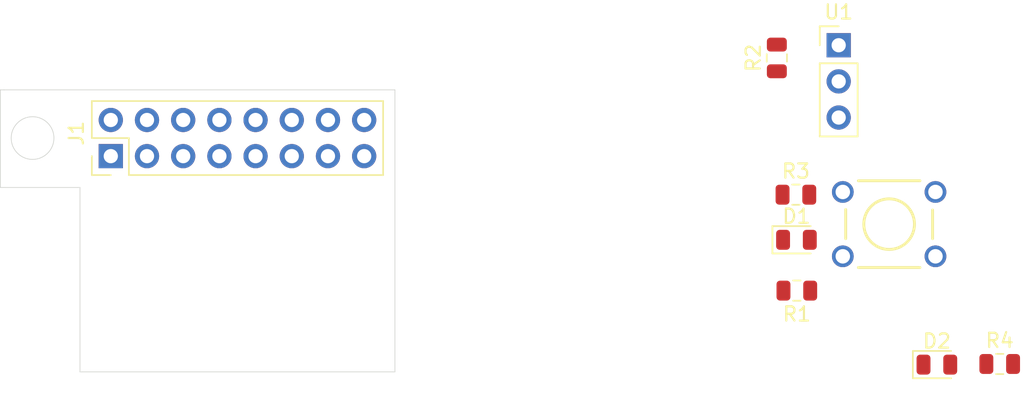
<source format=kicad_pcb>
(kicad_pcb (version 20171130) (host pcbnew "(5.1.6-0-10_14)")

  (general
    (thickness 1.6)
    (drawings 9)
    (tracks 0)
    (zones 0)
    (modules 9)
    (nets 19)
  )

  (page A4)
  (title_block
    (title "Raspberry Pi HAT")
    (date 2020-11-27)
    (rev v1.0)
  )

  (layers
    (0 F.Cu signal)
    (31 B.Cu signal)
    (32 B.Adhes user)
    (33 F.Adhes user)
    (34 B.Paste user)
    (35 F.Paste user)
    (36 B.SilkS user)
    (37 F.SilkS user)
    (38 B.Mask user)
    (39 F.Mask user)
    (40 Dwgs.User user)
    (41 Cmts.User user)
    (42 Eco1.User user)
    (43 Eco2.User user)
    (44 Edge.Cuts user)
    (45 Margin user)
    (46 B.CrtYd user)
    (47 F.CrtYd user)
    (48 B.Fab user)
    (49 F.Fab user)
  )

  (setup
    (last_trace_width 0.25)
    (user_trace_width 0.3)
    (trace_clearance 0.2)
    (zone_clearance 0.508)
    (zone_45_only no)
    (trace_min 0.2)
    (via_size 0.8)
    (via_drill 0.4)
    (via_min_size 0.4)
    (via_min_drill 0.3)
    (user_via 1 0.6)
    (uvia_size 0.3)
    (uvia_drill 0.1)
    (uvias_allowed no)
    (uvia_min_size 0.2)
    (uvia_min_drill 0.1)
    (edge_width 0.05)
    (segment_width 0.2)
    (pcb_text_width 0.3)
    (pcb_text_size 1.5 1.5)
    (mod_edge_width 0.12)
    (mod_text_size 1 1)
    (mod_text_width 0.15)
    (pad_size 1.524 1.524)
    (pad_drill 0.762)
    (pad_to_mask_clearance 0.05)
    (aux_axis_origin 0 0)
    (visible_elements FFFFFF7F)
    (pcbplotparams
      (layerselection 0x010fc_ffffffff)
      (usegerberextensions false)
      (usegerberattributes true)
      (usegerberadvancedattributes true)
      (creategerberjobfile true)
      (excludeedgelayer true)
      (linewidth 0.100000)
      (plotframeref false)
      (viasonmask false)
      (mode 1)
      (useauxorigin false)
      (hpglpennumber 1)
      (hpglpenspeed 20)
      (hpglpendiameter 15.000000)
      (psnegative false)
      (psa4output false)
      (plotreference true)
      (plotvalue true)
      (plotinvisibletext false)
      (padsonsilk false)
      (subtractmaskfromsilk false)
      (outputformat 1)
      (mirror false)
      (drillshape 1)
      (scaleselection 1)
      (outputdirectory ""))
  )

  (net 0 "")
  (net 1 GND)
  (net 2 "Net-(D1-Pad2)")
  (net 3 /3v3)
  (net 4 "Net-(J1-Pad2)")
  (net 5 "Net-(J1-Pad3)")
  (net 6 "Net-(J1-Pad4)")
  (net 7 "Net-(J1-Pad5)")
  (net 8 "Net-(J1-Pad7)")
  (net 9 /button_input)
  (net 10 "Net-(J1-Pad10)")
  (net 11 "Net-(J1-Pad11)")
  (net 12 "Net-(J1-Pad12)")
  (net 13 "Net-(J1-Pad13)")
  (net 14 "Net-(J1-Pad14)")
  (net 15 "Net-(J1-Pad15)")
  (net 16 "Net-(J1-Pad16)")
  (net 17 "Net-(U1-Pad3)")
  (net 18 "Net-(D2-Pad2)")

  (net_class Default "This is the default net class."
    (clearance 0.2)
    (trace_width 0.25)
    (via_dia 0.8)
    (via_drill 0.4)
    (uvia_dia 0.3)
    (uvia_drill 0.1)
    (add_net /button_input)
    (add_net "Net-(D1-Pad2)")
    (add_net "Net-(D2-Pad2)")
    (add_net "Net-(J1-Pad10)")
    (add_net "Net-(J1-Pad11)")
    (add_net "Net-(J1-Pad12)")
    (add_net "Net-(J1-Pad13)")
    (add_net "Net-(J1-Pad14)")
    (add_net "Net-(J1-Pad15)")
    (add_net "Net-(J1-Pad16)")
    (add_net "Net-(J1-Pad2)")
    (add_net "Net-(J1-Pad3)")
    (add_net "Net-(J1-Pad4)")
    (add_net "Net-(J1-Pad5)")
    (add_net "Net-(J1-Pad7)")
    (add_net "Net-(U1-Pad3)")
  )

  (net_class Power ""
    (clearance 0.3)
    (trace_width 0.3)
    (via_dia 1)
    (via_drill 0.8)
    (uvia_dia 0.3)
    (uvia_drill 0.1)
    (add_net /3v3)
    (add_net GND)
  )

  (module Connector_PinHeader_2.54mm:PinHeader_2x08_P2.54mm_Vertical (layer F.Cu) (tedit 59FED5CC) (tstamp 5FC18795)
    (at 113.16 106.51 90)
    (descr "Through hole straight pin header, 2x08, 2.54mm pitch, double rows")
    (tags "Through hole pin header THT 2x08 2.54mm double row")
    (path /5FC10FDE)
    (fp_text reference J1 (at 1.608 -2.416 90) (layer F.SilkS)
      (effects (font (size 1 1) (thickness 0.15)))
    )
    (fp_text value Raspberry_Pi_2_3 (at -1.27 20.55 90) (layer F.Fab)
      (effects (font (size 1 1) (thickness 0.15)))
    )
    (fp_text user %R (at -1.27 8.89) (layer F.Fab)
      (effects (font (size 1 1) (thickness 0.15)))
    )
    (fp_line (start 0 -1.27) (end 3.81 -1.27) (layer F.Fab) (width 0.1))
    (fp_line (start 3.81 -1.27) (end 3.81 19.05) (layer F.Fab) (width 0.1))
    (fp_line (start 3.81 19.05) (end -1.27 19.05) (layer F.Fab) (width 0.1))
    (fp_line (start -1.27 19.05) (end -1.27 0) (layer F.Fab) (width 0.1))
    (fp_line (start -1.27 0) (end 0 -1.27) (layer F.Fab) (width 0.1))
    (fp_line (start -1.33 19.11) (end 3.87 19.11) (layer F.SilkS) (width 0.12))
    (fp_line (start -1.33 1.27) (end -1.33 19.11) (layer F.SilkS) (width 0.12))
    (fp_line (start 3.87 -1.33) (end 3.87 19.11) (layer F.SilkS) (width 0.12))
    (fp_line (start -1.33 1.27) (end 1.27 1.27) (layer F.SilkS) (width 0.12))
    (fp_line (start 1.27 1.27) (end 1.27 -1.33) (layer F.SilkS) (width 0.12))
    (fp_line (start 1.27 -1.33) (end 3.87 -1.33) (layer F.SilkS) (width 0.12))
    (fp_line (start -1.33 0) (end -1.33 -1.33) (layer F.SilkS) (width 0.12))
    (fp_line (start -1.33 -1.33) (end 0 -1.33) (layer F.SilkS) (width 0.12))
    (fp_line (start -1.8 -1.8) (end -1.8 19.55) (layer F.CrtYd) (width 0.05))
    (fp_line (start -1.8 19.55) (end 4.35 19.55) (layer F.CrtYd) (width 0.05))
    (fp_line (start 4.35 19.55) (end 4.35 -1.8) (layer F.CrtYd) (width 0.05))
    (fp_line (start 4.35 -1.8) (end -1.8 -1.8) (layer F.CrtYd) (width 0.05))
    (pad 16 thru_hole oval (at 2.54 17.78 90) (size 1.7 1.7) (drill 1) (layers *.Cu *.Mask)
      (net 16 "Net-(J1-Pad16)"))
    (pad 15 thru_hole oval (at 0 17.78 90) (size 1.7 1.7) (drill 1) (layers *.Cu *.Mask)
      (net 15 "Net-(J1-Pad15)"))
    (pad 14 thru_hole oval (at 2.54 15.24 90) (size 1.7 1.7) (drill 1) (layers *.Cu *.Mask)
      (net 14 "Net-(J1-Pad14)"))
    (pad 13 thru_hole oval (at 0 15.24 90) (size 1.7 1.7) (drill 1) (layers *.Cu *.Mask)
      (net 13 "Net-(J1-Pad13)"))
    (pad 12 thru_hole oval (at 2.54 12.7 90) (size 1.7 1.7) (drill 1) (layers *.Cu *.Mask)
      (net 12 "Net-(J1-Pad12)"))
    (pad 11 thru_hole oval (at 0 12.7 90) (size 1.7 1.7) (drill 1) (layers *.Cu *.Mask)
      (net 11 "Net-(J1-Pad11)"))
    (pad 10 thru_hole oval (at 2.54 10.16 90) (size 1.7 1.7) (drill 1) (layers *.Cu *.Mask)
      (net 10 "Net-(J1-Pad10)"))
    (pad 9 thru_hole oval (at 0 10.16 90) (size 1.7 1.7) (drill 1) (layers *.Cu *.Mask)
      (net 1 GND))
    (pad 8 thru_hole oval (at 2.54 7.62 90) (size 1.7 1.7) (drill 1) (layers *.Cu *.Mask)
      (net 9 /button_input))
    (pad 7 thru_hole oval (at 0 7.62 90) (size 1.7 1.7) (drill 1) (layers *.Cu *.Mask)
      (net 8 "Net-(J1-Pad7)"))
    (pad 6 thru_hole oval (at 2.54 5.08 90) (size 1.7 1.7) (drill 1) (layers *.Cu *.Mask)
      (net 1 GND))
    (pad 5 thru_hole oval (at 0 5.08 90) (size 1.7 1.7) (drill 1) (layers *.Cu *.Mask)
      (net 7 "Net-(J1-Pad5)"))
    (pad 4 thru_hole oval (at 2.54 2.54 90) (size 1.7 1.7) (drill 1) (layers *.Cu *.Mask)
      (net 6 "Net-(J1-Pad4)"))
    (pad 3 thru_hole oval (at 0 2.54 90) (size 1.7 1.7) (drill 1) (layers *.Cu *.Mask)
      (net 5 "Net-(J1-Pad3)"))
    (pad 2 thru_hole oval (at 2.54 0 90) (size 1.7 1.7) (drill 1) (layers *.Cu *.Mask)
      (net 4 "Net-(J1-Pad2)"))
    (pad 1 thru_hole rect (at 0 0 90) (size 1.7 1.7) (drill 1) (layers *.Cu *.Mask)
      (net 3 /3v3))
    (model ${KISYS3DMOD}/Connector_PinHeader_2.54mm.3dshapes/PinHeader_2x08_P2.54mm_Vertical.wrl
      (at (xyz 0 0 0))
      (scale (xyz 1 1 1))
      (rotate (xyz 0 0 0))
    )
  )

  (module Resistor_SMD:R_0805_2012Metric (layer F.Cu) (tedit 5B36C52B) (tstamp 5FC207C9)
    (at 175.538 121.113)
    (descr "Resistor SMD 0805 (2012 Metric), square (rectangular) end terminal, IPC_7351 nominal, (Body size source: https://docs.google.com/spreadsheets/d/1BsfQQcO9C6DZCsRaXUlFlo91Tg2WpOkGARC1WS5S8t0/edit?usp=sharing), generated with kicad-footprint-generator")
    (tags resistor)
    (path /5FC68A6F)
    (attr smd)
    (fp_text reference R4 (at 0 -1.65) (layer F.SilkS)
      (effects (font (size 1 1) (thickness 0.15)))
    )
    (fp_text value R (at 0 1.65) (layer F.Fab)
      (effects (font (size 1 1) (thickness 0.15)))
    )
    (fp_text user %R (at 0 0) (layer F.Fab)
      (effects (font (size 0.5 0.5) (thickness 0.08)))
    )
    (fp_line (start -1 0.6) (end -1 -0.6) (layer F.Fab) (width 0.1))
    (fp_line (start -1 -0.6) (end 1 -0.6) (layer F.Fab) (width 0.1))
    (fp_line (start 1 -0.6) (end 1 0.6) (layer F.Fab) (width 0.1))
    (fp_line (start 1 0.6) (end -1 0.6) (layer F.Fab) (width 0.1))
    (fp_line (start -0.258578 -0.71) (end 0.258578 -0.71) (layer F.SilkS) (width 0.12))
    (fp_line (start -0.258578 0.71) (end 0.258578 0.71) (layer F.SilkS) (width 0.12))
    (fp_line (start -1.68 0.95) (end -1.68 -0.95) (layer F.CrtYd) (width 0.05))
    (fp_line (start -1.68 -0.95) (end 1.68 -0.95) (layer F.CrtYd) (width 0.05))
    (fp_line (start 1.68 -0.95) (end 1.68 0.95) (layer F.CrtYd) (width 0.05))
    (fp_line (start 1.68 0.95) (end -1.68 0.95) (layer F.CrtYd) (width 0.05))
    (pad 2 smd roundrect (at 0.9375 0) (size 0.975 1.4) (layers F.Cu F.Paste F.Mask) (roundrect_rratio 0.25)
      (net 18 "Net-(D2-Pad2)"))
    (pad 1 smd roundrect (at -0.9375 0) (size 0.975 1.4) (layers F.Cu F.Paste F.Mask) (roundrect_rratio 0.25)
      (net 3 /3v3))
    (model ${KISYS3DMOD}/Resistor_SMD.3dshapes/R_0805_2012Metric.wrl
      (at (xyz 0 0 0))
      (scale (xyz 1 1 1))
      (rotate (xyz 0 0 0))
    )
  )

  (module LED_SMD:LED_0805_2012Metric (layer F.Cu) (tedit 5B36C52C) (tstamp 5FC2070E)
    (at 171.128 121.158)
    (descr "LED SMD 0805 (2012 Metric), square (rectangular) end terminal, IPC_7351 nominal, (Body size source: https://docs.google.com/spreadsheets/d/1BsfQQcO9C6DZCsRaXUlFlo91Tg2WpOkGARC1WS5S8t0/edit?usp=sharing), generated with kicad-footprint-generator")
    (tags diode)
    (path /5FC69048)
    (attr smd)
    (fp_text reference D2 (at 0 -1.65) (layer F.SilkS)
      (effects (font (size 1 1) (thickness 0.15)))
    )
    (fp_text value LED (at 0 1.65) (layer F.Fab)
      (effects (font (size 1 1) (thickness 0.15)))
    )
    (fp_text user %R (at 0 0) (layer F.Fab)
      (effects (font (size 0.5 0.5) (thickness 0.08)))
    )
    (fp_line (start 1 -0.6) (end -0.7 -0.6) (layer F.Fab) (width 0.1))
    (fp_line (start -0.7 -0.6) (end -1 -0.3) (layer F.Fab) (width 0.1))
    (fp_line (start -1 -0.3) (end -1 0.6) (layer F.Fab) (width 0.1))
    (fp_line (start -1 0.6) (end 1 0.6) (layer F.Fab) (width 0.1))
    (fp_line (start 1 0.6) (end 1 -0.6) (layer F.Fab) (width 0.1))
    (fp_line (start 1 -0.96) (end -1.685 -0.96) (layer F.SilkS) (width 0.12))
    (fp_line (start -1.685 -0.96) (end -1.685 0.96) (layer F.SilkS) (width 0.12))
    (fp_line (start -1.685 0.96) (end 1 0.96) (layer F.SilkS) (width 0.12))
    (fp_line (start -1.68 0.95) (end -1.68 -0.95) (layer F.CrtYd) (width 0.05))
    (fp_line (start -1.68 -0.95) (end 1.68 -0.95) (layer F.CrtYd) (width 0.05))
    (fp_line (start 1.68 -0.95) (end 1.68 0.95) (layer F.CrtYd) (width 0.05))
    (fp_line (start 1.68 0.95) (end -1.68 0.95) (layer F.CrtYd) (width 0.05))
    (pad 2 smd roundrect (at 0.9375 0) (size 0.975 1.4) (layers F.Cu F.Paste F.Mask) (roundrect_rratio 0.25)
      (net 18 "Net-(D2-Pad2)"))
    (pad 1 smd roundrect (at -0.9375 0) (size 0.975 1.4) (layers F.Cu F.Paste F.Mask) (roundrect_rratio 0.25)
      (net 1 GND))
    (model ${KISYS3DMOD}/LED_SMD.3dshapes/LED_0805_2012Metric.wrl
      (at (xyz 0 0 0))
      (scale (xyz 1 1 1))
      (rotate (xyz 0 0 0))
    )
  )

  (module LED_SMD:LED_0805_2012Metric (layer F.Cu) (tedit 5B36C52C) (tstamp 5FC1876F)
    (at 161.273001 112.388001)
    (descr "LED SMD 0805 (2012 Metric), square (rectangular) end terminal, IPC_7351 nominal, (Body size source: https://docs.google.com/spreadsheets/d/1BsfQQcO9C6DZCsRaXUlFlo91Tg2WpOkGARC1WS5S8t0/edit?usp=sharing), generated with kicad-footprint-generator")
    (tags diode)
    (path /5FC15CD2)
    (attr smd)
    (fp_text reference D1 (at 0 -1.65) (layer F.SilkS)
      (effects (font (size 1 1) (thickness 0.15)))
    )
    (fp_text value LED (at 0 1.65) (layer F.Fab)
      (effects (font (size 1 1) (thickness 0.15)))
    )
    (fp_line (start 1.68 0.95) (end -1.68 0.95) (layer F.CrtYd) (width 0.05))
    (fp_line (start 1.68 -0.95) (end 1.68 0.95) (layer F.CrtYd) (width 0.05))
    (fp_line (start -1.68 -0.95) (end 1.68 -0.95) (layer F.CrtYd) (width 0.05))
    (fp_line (start -1.68 0.95) (end -1.68 -0.95) (layer F.CrtYd) (width 0.05))
    (fp_line (start -1.685 0.96) (end 1 0.96) (layer F.SilkS) (width 0.12))
    (fp_line (start -1.685 -0.96) (end -1.685 0.96) (layer F.SilkS) (width 0.12))
    (fp_line (start 1 -0.96) (end -1.685 -0.96) (layer F.SilkS) (width 0.12))
    (fp_line (start 1 0.6) (end 1 -0.6) (layer F.Fab) (width 0.1))
    (fp_line (start -1 0.6) (end 1 0.6) (layer F.Fab) (width 0.1))
    (fp_line (start -1 -0.3) (end -1 0.6) (layer F.Fab) (width 0.1))
    (fp_line (start -0.7 -0.6) (end -1 -0.3) (layer F.Fab) (width 0.1))
    (fp_line (start 1 -0.6) (end -0.7 -0.6) (layer F.Fab) (width 0.1))
    (fp_text user %R (at 0 0) (layer F.Fab)
      (effects (font (size 0.5 0.5) (thickness 0.08)))
    )
    (pad 1 smd roundrect (at -0.9375 0) (size 0.975 1.4) (layers F.Cu F.Paste F.Mask) (roundrect_rratio 0.25)
      (net 1 GND))
    (pad 2 smd roundrect (at 0.9375 0) (size 0.975 1.4) (layers F.Cu F.Paste F.Mask) (roundrect_rratio 0.25)
      (net 2 "Net-(D1-Pad2)"))
    (model ${KISYS3DMOD}/LED_SMD.3dshapes/LED_0805_2012Metric.wrl
      (at (xyz 0 0 0))
      (scale (xyz 1 1 1))
      (rotate (xyz 0 0 0))
    )
  )

  (module Resistor_SMD:R_0805_2012Metric (layer F.Cu) (tedit 5B36C52B) (tstamp 5FC187A6)
    (at 161.3005 115.958 180)
    (descr "Resistor SMD 0805 (2012 Metric), square (rectangular) end terminal, IPC_7351 nominal, (Body size source: https://docs.google.com/spreadsheets/d/1BsfQQcO9C6DZCsRaXUlFlo91Tg2WpOkGARC1WS5S8t0/edit?usp=sharing), generated with kicad-footprint-generator")
    (tags resistor)
    (path /5FC14FE2)
    (attr smd)
    (fp_text reference R1 (at 0 -1.65) (layer F.SilkS)
      (effects (font (size 1 1) (thickness 0.15)))
    )
    (fp_text value R (at 0 1.65) (layer F.Fab)
      (effects (font (size 1 1) (thickness 0.15)))
    )
    (fp_text user %R (at 0 0) (layer F.Fab)
      (effects (font (size 0.5 0.5) (thickness 0.08)))
    )
    (fp_line (start -1 0.6) (end -1 -0.6) (layer F.Fab) (width 0.1))
    (fp_line (start -1 -0.6) (end 1 -0.6) (layer F.Fab) (width 0.1))
    (fp_line (start 1 -0.6) (end 1 0.6) (layer F.Fab) (width 0.1))
    (fp_line (start 1 0.6) (end -1 0.6) (layer F.Fab) (width 0.1))
    (fp_line (start -0.258578 -0.71) (end 0.258578 -0.71) (layer F.SilkS) (width 0.12))
    (fp_line (start -0.258578 0.71) (end 0.258578 0.71) (layer F.SilkS) (width 0.12))
    (fp_line (start -1.68 0.95) (end -1.68 -0.95) (layer F.CrtYd) (width 0.05))
    (fp_line (start -1.68 -0.95) (end 1.68 -0.95) (layer F.CrtYd) (width 0.05))
    (fp_line (start 1.68 -0.95) (end 1.68 0.95) (layer F.CrtYd) (width 0.05))
    (fp_line (start 1.68 0.95) (end -1.68 0.95) (layer F.CrtYd) (width 0.05))
    (pad 2 smd roundrect (at 0.9375 0 180) (size 0.975 1.4) (layers F.Cu F.Paste F.Mask) (roundrect_rratio 0.25)
      (net 1 GND))
    (pad 1 smd roundrect (at -0.9375 0 180) (size 0.975 1.4) (layers F.Cu F.Paste F.Mask) (roundrect_rratio 0.25)
      (net 9 /button_input))
    (model ${KISYS3DMOD}/Resistor_SMD.3dshapes/R_0805_2012Metric.wrl
      (at (xyz 0 0 0))
      (scale (xyz 1 1 1))
      (rotate (xyz 0 0 0))
    )
  )

  (module Resistor_SMD:R_0805_2012Metric (layer F.Cu) (tedit 5B36C52B) (tstamp 5FC18AF3)
    (at 159.898 99.6105 90)
    (descr "Resistor SMD 0805 (2012 Metric), square (rectangular) end terminal, IPC_7351 nominal, (Body size source: https://docs.google.com/spreadsheets/d/1BsfQQcO9C6DZCsRaXUlFlo91Tg2WpOkGARC1WS5S8t0/edit?usp=sharing), generated with kicad-footprint-generator")
    (tags resistor)
    (path /5FC154AA)
    (attr smd)
    (fp_text reference R2 (at 0 -1.65 90) (layer F.SilkS)
      (effects (font (size 1 1) (thickness 0.15)))
    )
    (fp_text value R (at 0 1.65 90) (layer F.Fab)
      (effects (font (size 1 1) (thickness 0.15)))
    )
    (fp_line (start 1.68 0.95) (end -1.68 0.95) (layer F.CrtYd) (width 0.05))
    (fp_line (start 1.68 -0.95) (end 1.68 0.95) (layer F.CrtYd) (width 0.05))
    (fp_line (start -1.68 -0.95) (end 1.68 -0.95) (layer F.CrtYd) (width 0.05))
    (fp_line (start -1.68 0.95) (end -1.68 -0.95) (layer F.CrtYd) (width 0.05))
    (fp_line (start -0.258578 0.71) (end 0.258578 0.71) (layer F.SilkS) (width 0.12))
    (fp_line (start -0.258578 -0.71) (end 0.258578 -0.71) (layer F.SilkS) (width 0.12))
    (fp_line (start 1 0.6) (end -1 0.6) (layer F.Fab) (width 0.1))
    (fp_line (start 1 -0.6) (end 1 0.6) (layer F.Fab) (width 0.1))
    (fp_line (start -1 -0.6) (end 1 -0.6) (layer F.Fab) (width 0.1))
    (fp_line (start -1 0.6) (end -1 -0.6) (layer F.Fab) (width 0.1))
    (fp_text user %R (at 0 0 90) (layer F.Fab)
      (effects (font (size 0.5 0.5) (thickness 0.08)))
    )
    (pad 1 smd roundrect (at -0.9375 0 90) (size 0.975 1.4) (layers F.Cu F.Paste F.Mask) (roundrect_rratio 0.25)
      (net 11 "Net-(J1-Pad11)"))
    (pad 2 smd roundrect (at 0.9375 0 90) (size 0.975 1.4) (layers F.Cu F.Paste F.Mask) (roundrect_rratio 0.25)
      (net 3 /3v3))
    (model ${KISYS3DMOD}/Resistor_SMD.3dshapes/R_0805_2012Metric.wrl
      (at (xyz 0 0 0))
      (scale (xyz 1 1 1))
      (rotate (xyz 0 0 0))
    )
  )

  (module Resistor_SMD:R_0805_2012Metric (layer F.Cu) (tedit 5B36C52B) (tstamp 5FC187C8)
    (at 161.2355 109.218)
    (descr "Resistor SMD 0805 (2012 Metric), square (rectangular) end terminal, IPC_7351 nominal, (Body size source: https://docs.google.com/spreadsheets/d/1BsfQQcO9C6DZCsRaXUlFlo91Tg2WpOkGARC1WS5S8t0/edit?usp=sharing), generated with kicad-footprint-generator")
    (tags resistor)
    (path /5FC14CAD)
    (attr smd)
    (fp_text reference R3 (at 0 -1.65) (layer F.SilkS)
      (effects (font (size 1 1) (thickness 0.15)))
    )
    (fp_text value R (at 0 1.65) (layer F.Fab)
      (effects (font (size 1 1) (thickness 0.15)))
    )
    (fp_line (start 1.68 0.95) (end -1.68 0.95) (layer F.CrtYd) (width 0.05))
    (fp_line (start 1.68 -0.95) (end 1.68 0.95) (layer F.CrtYd) (width 0.05))
    (fp_line (start -1.68 -0.95) (end 1.68 -0.95) (layer F.CrtYd) (width 0.05))
    (fp_line (start -1.68 0.95) (end -1.68 -0.95) (layer F.CrtYd) (width 0.05))
    (fp_line (start -0.258578 0.71) (end 0.258578 0.71) (layer F.SilkS) (width 0.12))
    (fp_line (start -0.258578 -0.71) (end 0.258578 -0.71) (layer F.SilkS) (width 0.12))
    (fp_line (start 1 0.6) (end -1 0.6) (layer F.Fab) (width 0.1))
    (fp_line (start 1 -0.6) (end 1 0.6) (layer F.Fab) (width 0.1))
    (fp_line (start -1 -0.6) (end 1 -0.6) (layer F.Fab) (width 0.1))
    (fp_line (start -1 0.6) (end -1 -0.6) (layer F.Fab) (width 0.1))
    (fp_text user %R (at 0 0) (layer F.Fab)
      (effects (font (size 0.5 0.5) (thickness 0.08)))
    )
    (pad 1 smd roundrect (at -0.9375 0) (size 0.975 1.4) (layers F.Cu F.Paste F.Mask) (roundrect_rratio 0.25)
      (net 8 "Net-(J1-Pad7)"))
    (pad 2 smd roundrect (at 0.9375 0) (size 0.975 1.4) (layers F.Cu F.Paste F.Mask) (roundrect_rratio 0.25)
      (net 2 "Net-(D1-Pad2)"))
    (model ${KISYS3DMOD}/Resistor_SMD.3dshapes/R_0805_2012Metric.wrl
      (at (xyz 0 0 0))
      (scale (xyz 1 1 1))
      (rotate (xyz 0 0 0))
    )
  )

  (module freetronics_footprints:SW_PUSHBUTTON_PTH (layer F.Cu) (tedit 5477A5C1) (tstamp 5FC187E4)
    (at 167.778 111.288)
    (descr "<b>OMRON SWITCH</b>")
    (path /5FC1443E)
    (fp_text reference SW1 (at -0.05 0) (layer Eco1.User)
      (effects (font (size 0.6 0.6) (thickness 0.1)))
    )
    (fp_text value SW_DPST (at 0 0) (layer Eco1.User) hide
      (effects (font (size 0 0) (thickness 0.000001)))
    )
    (fp_circle (center 0 0) (end 1.778 0) (layer F.SilkS) (width 0.2032))
    (fp_line (start -2.54 -0.508) (end -2.159 0.381) (layer Cmts.User) (width 0.2032))
    (fp_line (start -2.54 0.508) (end -2.54 1.27) (layer Cmts.User) (width 0.2032))
    (fp_line (start -2.54 -1.27) (end -2.54 -0.508) (layer Cmts.User) (width 0.2032))
    (fp_line (start -3.048 -1.02616) (end -3.048 1.016) (layer F.SilkS) (width 0.2032))
    (fp_line (start 3.048 -0.99568) (end 3.048 1.016) (layer F.SilkS) (width 0.2032))
    (fp_line (start -2.159 3.048) (end 2.159 3.048) (layer F.SilkS) (width 0.2032))
    (fp_line (start 2.159 -3.048) (end -2.159 -3.048) (layer F.SilkS) (width 0.2032))
    (fp_line (start 2.54 -3.048) (end 2.159 -3.048) (layer Cmts.User) (width 0.2032))
    (fp_line (start -2.54 -3.048) (end -2.159 -3.048) (layer Cmts.User) (width 0.2032))
    (fp_line (start -2.54 3.048) (end -2.159 3.048) (layer Cmts.User) (width 0.2032))
    (fp_line (start 2.54 3.048) (end 2.159 3.048) (layer Cmts.User) (width 0.2032))
    (fp_line (start -3.048 2.54) (end -3.048 1.016) (layer Cmts.User) (width 0.2032))
    (fp_line (start -2.54 3.048) (end -3.048 2.54) (layer Cmts.User) (width 0.2032))
    (fp_line (start -3.048 -2.54) (end -3.048 -1.016) (layer Cmts.User) (width 0.2032))
    (fp_line (start -2.54 -3.048) (end -3.048 -2.54) (layer Cmts.User) (width 0.2032))
    (fp_line (start 3.048 2.54) (end 3.048 1.016) (layer Cmts.User) (width 0.2032))
    (fp_line (start 2.54 3.048) (end 3.048 2.54) (layer Cmts.User) (width 0.2032))
    (fp_line (start 3.048 -2.54) (end 2.54 -3.048) (layer Cmts.User) (width 0.2032))
    (fp_line (start 3.048 -1.016) (end 3.048 -2.54) (layer Cmts.User) (width 0.2032))
    (pad 1 thru_hole oval (at -3.2512 -2.2606) (size 1.524 1.524) (drill 1.016) (layers *.Cu *.Mask)
      (net 3 /3v3))
    (pad 1 thru_hole oval (at 3.2512 -2.2606) (size 1.524 1.524) (drill 1.016) (layers *.Cu *.Mask)
      (net 3 /3v3))
    (pad 2 thru_hole oval (at -3.2512 2.2606) (size 1.524 1.524) (drill 1.016) (layers *.Cu *.Mask)
      (net 9 /button_input))
    (pad 2 thru_hole oval (at 3.2512 2.2606) (size 1.524 1.524) (drill 1.016) (layers *.Cu *.Mask)
      (net 9 /button_input))
  )

  (module Connector_PinHeader_2.54mm:PinHeader_1x03_P2.54mm_Vertical (layer F.Cu) (tedit 59FED5CC) (tstamp 5FC18A3C)
    (at 164.238 98.718)
    (descr "Through hole straight pin header, 1x03, 2.54mm pitch, single row")
    (tags "Through hole pin header THT 1x03 2.54mm single row")
    (path /5FC16D62)
    (fp_text reference U1 (at 0 -2.33) (layer F.SilkS)
      (effects (font (size 1 1) (thickness 0.15)))
    )
    (fp_text value DHT22 (at 0 7.41) (layer F.Fab)
      (effects (font (size 1 1) (thickness 0.15)))
    )
    (fp_line (start 1.8 -1.8) (end -1.8 -1.8) (layer F.CrtYd) (width 0.05))
    (fp_line (start 1.8 6.85) (end 1.8 -1.8) (layer F.CrtYd) (width 0.05))
    (fp_line (start -1.8 6.85) (end 1.8 6.85) (layer F.CrtYd) (width 0.05))
    (fp_line (start -1.8 -1.8) (end -1.8 6.85) (layer F.CrtYd) (width 0.05))
    (fp_line (start -1.33 -1.33) (end 0 -1.33) (layer F.SilkS) (width 0.12))
    (fp_line (start -1.33 0) (end -1.33 -1.33) (layer F.SilkS) (width 0.12))
    (fp_line (start -1.33 1.27) (end 1.33 1.27) (layer F.SilkS) (width 0.12))
    (fp_line (start 1.33 1.27) (end 1.33 6.41) (layer F.SilkS) (width 0.12))
    (fp_line (start -1.33 1.27) (end -1.33 6.41) (layer F.SilkS) (width 0.12))
    (fp_line (start -1.33 6.41) (end 1.33 6.41) (layer F.SilkS) (width 0.12))
    (fp_line (start -1.27 -0.635) (end -0.635 -1.27) (layer F.Fab) (width 0.1))
    (fp_line (start -1.27 6.35) (end -1.27 -0.635) (layer F.Fab) (width 0.1))
    (fp_line (start 1.27 6.35) (end -1.27 6.35) (layer F.Fab) (width 0.1))
    (fp_line (start 1.27 -1.27) (end 1.27 6.35) (layer F.Fab) (width 0.1))
    (fp_line (start -0.635 -1.27) (end 1.27 -1.27) (layer F.Fab) (width 0.1))
    (fp_text user %R (at 0 2.54 90) (layer F.Fab)
      (effects (font (size 1 1) (thickness 0.15)))
    )
    (pad 1 thru_hole rect (at 0 0) (size 1.7 1.7) (drill 1) (layers *.Cu *.Mask)
      (net 3 /3v3))
    (pad 2 thru_hole oval (at 0 2.54) (size 1.7 1.7) (drill 1) (layers *.Cu *.Mask)
      (net 11 "Net-(J1-Pad11)"))
    (pad 3 thru_hole oval (at 0 5.08) (size 1.7 1.7) (drill 1) (layers *.Cu *.Mask)
      (net 17 "Net-(U1-Pad3)"))
    (model ${KISYS3DMOD}/Connector_PinHeader_2.54mm.3dshapes/PinHeader_1x03_P2.54mm_Vertical.wrl
      (at (xyz 0 0 0))
      (scale (xyz 1 1 1))
      (rotate (xyz 0 0 0))
    )
  )

  (gr_line (start 105.41 108.712) (end 105.664 108.712) (layer Edge.Cuts) (width 0.05) (tstamp 5FC20B68))
  (gr_line (start 105.664 101.854) (end 105.41 101.854) (layer Edge.Cuts) (width 0.05) (tstamp 5FC20B67))
  (gr_line (start 105.41 108.712) (end 105.41 101.854) (layer Edge.Cuts) (width 0.05) (tstamp 5FC20AEB))
  (gr_line (start 110.998 108.712) (end 105.664 108.712) (layer Edge.Cuts) (width 0.05))
  (gr_line (start 110.998 121.666) (end 110.998 108.712) (layer Edge.Cuts) (width 0.05))
  (gr_line (start 133.096 121.666) (end 110.998 121.666) (layer Edge.Cuts) (width 0.05))
  (gr_line (start 133.096 101.854) (end 133.096 121.666) (layer Edge.Cuts) (width 0.05))
  (gr_line (start 105.664 101.854) (end 133.096 101.854) (layer Edge.Cuts) (width 0.05))
  (gr_circle (center 107.67 105.24) (end 106.17 105.24) (layer Edge.Cuts) (width 0.05))

)

</source>
